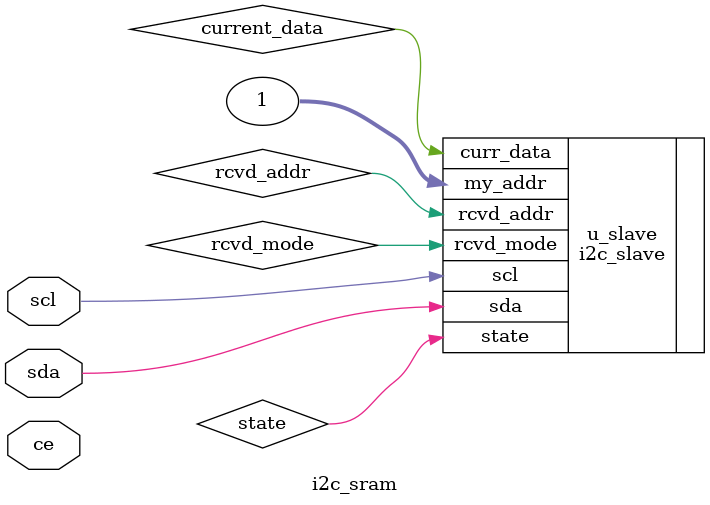
<source format=v>

`define period 10
module i2c_sram (sda, scl, ce);
	inout sda;
	input scl;
	input ce;

	integer count;
	
	parameter slave_addrs = 1;
	wire current_data;
	
	// i2c_mock_master uut_mock_master (.clock(clk), .start(start), .reset(reset), .write(write), .write_data(write_data), .read_data(read_data), .address(address), .ready(ready), .error(error), .sda(sda), .scl(scl));
	i2c_slave u_slave (
		.sda(sda), 
		.scl(scl), 
		.my_addr(slave_addrs),
		.curr_data(current_data),
		.rcvd_addr(rcvd_addr),
		.state(state),
		.rcvd_mode(rcvd_mode)
	);
	
	sram u_sram(
		.address(address),
		.data(data),
		.chip_enable(chip_enable), 
		.write_enable(write_enable), 
		.output_enable(output_enable),
		.reset(reset)
	);
	
	always @(posedge scl) begin
		
	end


	
endmodule
</source>
